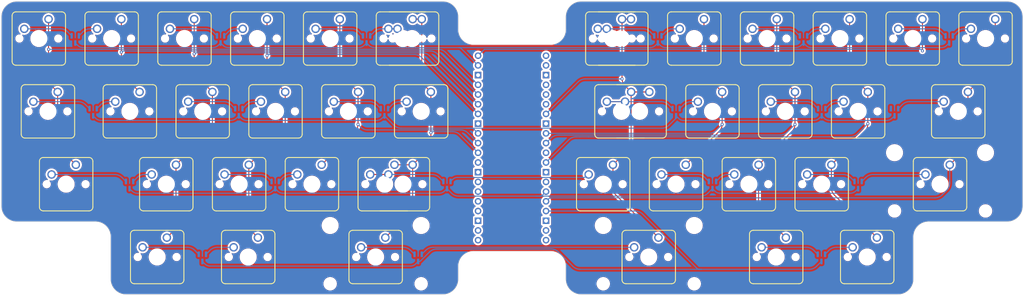
<source format=kicad_pcb>
(kicad_pcb (version 20221018) (generator pcbnew)
  (layers (0 "F.Cu" signal) (31 "B.Cu" signal) (34 "B.Paste" user) (35 "F.Paste" user) (36 "B.SilkS" user "B.Silkscreen") (37 "F.SilkS" user "F.Silkscreen") (38 "B.Mask" user) (39 "F.Mask" user) (44 "Edge.Cuts" user))
  (net 0 "")
  (net 1 "Net-(D1-A1)")
  (net 2 "Net-(D1-A2)")
  (net 3 "Net-(D2-A1)")
  (net 4 "Net-(D2-A2)")
  (net 5 "Net-(D3-A1)")
  (net 6 "Net-(D3-A2)")
  (net 7 "Net-(D4-A1)")
  (net 8 "Net-(D4-A2)")
  (net 9 "Net-(D5-A1)")
  (net 10 "Net-(D5-A2)")
  (net 11 "Net-(D6-A1)")
  (net 12 "Net-(D6-A2)")
  (net 13 "Net-(D7-A1)")
  (net 14 "Net-(D7-A2)")
  (net 15 "Net-(D8-A1)")
  (net 16 "Net-(D8-A2)")
  (net 17 "Net-(D9-A1)")
  (net 18 "Net-(D9-A2)")
  (net 19 "Net-(D10-A1)")
  (net 20 "Net-(D10-A2)")
  (net 21 "Net-(D11-A1)")
  (net 22 "Net-(D11-A2)")
  (net 23 "Net-(D12-A1)")
  (net 24 "Net-(D12-A2)")
  (net 25 "Net-(D13-A1)")
  (net 26 "Net-(D13-A2)")
  (net 27 "Net-(D14-A1)")
  (net 28 "Net-(D14-A2)")
  (net 30 "Net-(D15-A2)")
  (net 31 "Net-(D16-A1)")
  (net 32 "Net-(D16-A2)")
  (net 33 "Net-(D17-A1)")
  (net 34 "Net-(D17-A2)")
  (net 35 "Net-(D18-A1)")
  (net 36 "Net-(D18-A2)")
  (net 37 "Net-(D19-A1)")
  (net 38 "Net-(D19-A2)")
  (net 39 "Net-(D20-A1)")
  (net 40 "Net-(D20-A2)")
  (net 64 "c1")
  (net 65 "c2")
  (net 66 "c3")
  (net 67 "c4")
  (net 68 "c5")
  (net 69 "c6")
  (net 70 "r4")
  (net 71 "r1")
  (net 72 "r2")
  (net 73 "r3")
  (net 74 "c7")
  (net 75 "c8")
  (net 76 "c9")
  (net 77 "c10")
  (net 78 "c11")
  (net 79 "c12")
  (net 80 "unconnected-(U1-GPIO21-Pad27)")
  (footprint "custom:MX_1.75U" (layer "F.Cu") (at 39.656311 62.944376)
    (fp_text reference "SW24" hide)
    (fp_text value "SW_Push_45deg")
  )
  (footprint "custom:MX_1U" (layer "F.Cu") (at 70.612561 24.844376)
    (fp_text reference "SW3" hide)
    (fp_text value "SW_Push_45deg")
  )
  (footprint "custom:MX_1.25U" (layer "F.Cu") (at 182.531311 24.844376)
    (fp_text reference "SW7" hide)
    (fp_text value "SW_Push_45deg")
  )
  (footprint "custom:MX_1U" (layer "F.Cu") (at 184.873342 24.844376)
    (fp_text reference "SW41" hide)
    (fp_text value "SW_Push_45deg")
  )
  (footprint "custom:MX_1U" (layer "F.Cu") (at 127.762876 24.844444)
    (fp_text reference "SW40" hide)
    (fp_text value "SW_Push_45deg")
  )
  (footprint "custom:MX_1U" (layer "F.Cu") (at 199.200061 62.944376)
    (fp_text reference "SW30" hide)
    (fp_text value "SW_Push_45deg")
  )
  (footprint "custom:MX_1U" (layer "F.Cu") (at 103.950061 62.944376)
    (fp_text reference "SW27" hide)
    (fp_text value "SW_Push_45deg")
  )
  (footprint "custom:MX_1U" (layer "F.Cu") (at 75.375061 43.894376)
    (fp_text reference "SW15" hide)
    (fp_text value "SW_Push_45deg")
  )
  (footprint "custom:MX_1U" (layer "F.Cu") (at 132.525061 43.894376)
    (fp_text reference "SW18" hide)
    (fp_text value "SW_Push_45deg")
  )
  (footprint "custom:MX_1U" (layer "F.Cu") (at 203.962561 24.844376)
    (fp_text reference "SW8" hide)
    (fp_text value "SW_Push_45deg")
  )
  (footprint "custom:MX_2.25U" (layer "F.Cu") (at 120.618811 81.994376)
    (fp_text reference "SW36" hide)
    (fp_text value "SW_Push_45deg")
  )
  (footprint "custom:MX_1U" (layer "F.Cu") (at 227.775061 43.894376)
    (fp_text reference "SW21" hide)
    (fp_text value "SW_Push_45deg")
  )
  (footprint "custom:MX_1U" (layer "F.Cu") (at 261.112561 24.844376)
    (fp_text reference "SW11" hide)
    (fp_text value "SW_Push_45deg")
  )
  (footprint "custom:MX_1.25U" (layer "F.Cu") (at 34.893811 43.894376)
    (fp_text reference "SW13" hide)
    (fp_text value "SW_Push_45deg")
  )
  (footprint "custom:MX_1U" (layer "F.Cu") (at 113.475061 43.894376)
    (fp_text reference "SW17" hide)
    (fp_text value "SW_Push_45deg")
  )
  (footprint "custom:MX_1.25U" (layer "F.Cu") (at 130.143811 24.844376)
    (fp_text reference "SW6" hide)
    (fp_text value "SW_Push_45deg")
  )
  (footprint "custom:MX_1.25U" (layer "F.Cu") (at 87.281311 81.994376)
    (fp_text reference "SW35" hide)
    (fp_text value "SW_Push_45deg")
  )
  (footprint "custom:MX_1U" (layer "F.Cu") (at 280.162561 24.844376)
    (fp_text reference "SW12" hide)
    (fp_text value "SW_Push_45deg")
  )
  (footprint "custom:MX_1U" (layer "F.Cu") (at 246.825061 43.894376)
    (fp_text reference "SW22" hide)
    (fp_text value "SW_Push_45deg")
  )
  (footprint "custom:MX_2.25U" (layer "F.Cu") (at 268.256311 62.944376)
    (fp_text reference "SW33" hide)
    (fp_text value "SW_Push_45deg")
  )
  (footprint "custom:MX_1U" (layer "F.Cu") (at 56.325061 43.894376)
    (fp_text reference "SW14" hide)
    (fp_text value "SW_Push_45deg")
  )
  (footprint "custom:MX_1U" (layer "F.Cu") (at 189.675532 43.894492)
    (fp_text reference "SW42" hide)
    (fp_text value "SW_Push_45deg")
  )
  (footprint "custom:MX_1.25U" (layer "F.Cu") (at 63.468811 81.994376)
    (fp_text reference "SW34" hide)
    (fp_text value "SW_Push_45deg")
  )
  (footprint "custom:MX_1U" (layer "F.Cu") (at 127.762561 62.944376)
    (fp_text reference "SW28" hide)
    (fp_text value "SW_Push_45deg")
  )
  (footprint "custom:MX_1U" (layer "F.Cu") (at 65.850061 62.944376)
    (fp_text reference "SW25" hide)
    (fp_text value "SW_Push_45deg")
  )
  (footprint "custom:MX_1U" (layer "F.Cu") (at 108.712561 24.844376)
    (fp_text reference "SW5" hide)
    (fp_text value "SW_Push_45deg")
  )
  (footprint "custom:MX_1.25U" (layer "F.Cu") (at 225.393811 81.994376)
    (fp_text reference "SW38" hide)
    (fp_text value "SW_Push_45deg")
  )
  (footprint "custom:MX_1.25U" (layer "F.Cu") (at 249.206311 81.994376)
    (fp_text reference "SW39" hide)
    (fp_text value "SW_Push_45deg")
  )
  (footprint "custom:MX_1U" (layer "F.Cu") (at 84.900061 62.944376)
    (fp_text reference "SW26" hide)
    (fp_text value "SW_Push_45deg")
  )
  (footprint "custom:MX_1U" (layer "F.Cu") (at 32.512561 24.844376)
    (fp_text reference "SW1" hide)
    (fp_text value "SW_Push_45deg")
  )
  (footprint "custom:MX_1.75U" (layer "F.Cu") (at 273.018811 43.894376)
    (fp_text reference "SW23" hide)
    (fp_text value "SW_Push_45deg")
  )
  (footprint "custom:MX_1U" (layer "F.Cu") (at 223.012561 24.844376)
    (fp_text reference "SW9" hide)
    (fp_text value "SW_Push_45deg")
  )
  (footprint "custom:MX_1.5U" (layer "F.Cu") (at 184.912561 43.894376)
    (fp_text reference "SW19" hide)
    (fp_text value "SW_Push_45deg")
  )
  (footprint "custom:RPi_Pico_SMD_TH" (layer "F.Cu") (at 153.75827 58.53921)
    (fp_text reference "U1" hide)
    (fp_text value "Pico")
  )
  (footprint "custom:MX_1U" (layer "F.Cu") (at 208.725061 43.894376)
    (fp_text reference "SW20" hide)
    (fp_text value "SW_Push_45deg")
  )
  (footprint "custom:MX_1U" (layer "F.Cu") (at 180.150061 62.944376)
    (fp_text reference "SW29" hide)
    (fp_text value "SW_Push_45deg")
  )
  (footprint "custom:MX_1U" (layer "F.Cu") (at 89.662561 24.844376)
    (fp_text reference "SW4" hide)
    (fp_text value "SW_Push_45deg")
  )
  (footprint "custom:MX_1U" (layer "F.Cu") (at 51.562561 24.844376)
    (fp_text reference "SW2" hide)
    (fp_text value "SW_Push_45deg")
  )
  (footprint "custom:MX_1U" (layer "F.Cu") (at 218.250061 62.944376)
    (fp_text reference "SW31" hide)
    (fp_text value "SW_Push_45deg")
  )
  (footprint "custom:MX_2.25U" (layer "F.Cu") (at 192.056311 81.994376)
    (fp_text reference "SW37" hide)
    (fp_text value "SW_Push_45deg")
  )
  (footprint "custom:MX_1U" (layer "F.Cu") (at 237.300061 62.944376)
    (fp_text reference "SW32" hide)
    (fp_text value "SW_Push_45deg")
  )
  (footprint "custom:MX_1U" (layer "F.Cu") (at 123.000364 62.94454)
    (fp_text reference "SW43" hide)
    (fp_text value "SW_Push_45deg")
  )
  (footprint "custom:MX_1U" (layer "F.Cu") (at 242.062561 24.844376)
    (fp_text reference "SW10" hide)
    (fp_text value "SW_Push_45deg")
  )
  (footprint "custom:MX_1U" (layer "F.Cu") (at 94.425061 43.894376)
    (fp_text reference "SW16" hide)
    (fp_text value "SW_Push_45deg")
  )
  (footprint "custom:SOT-23" (layer "B.Cu") (at 253.815686 49.200626 -90)
    (fp_text reference "D15" hide)
    (fp_text value "BAV70_Small")
  )
  (footprint "custom:SOT-23" (layer "B.Cu") (at 91.806311 68.250626 -90)
    (fp_text reference "D17" hide)
    (fp_text value "BAV70_Small")
  )
  (footprint "custom:SOT-23" (layer "B.Cu") (at 129.196936 87.300626 -90)
    (fp_text reference "D2" hide)
    (fp_text value "BAV70_Small")
  )
  (footprint "custom:SOT-23" (layer "B.Cu") (at 120.381311 49.200626 -90)
    (fp_text reference "D12" hide)
    (fp_text value "BAV70_Small")
  )
  (footprint "custom:SOT-23" (layer "B.Cu") (at 234.765686 49.200626 -90)
    (fp_text reference "D14" hide)
    (fp_text value "BAV70_Small")
  )
  (footprint "custom:SOT-23" (layer "B.Cu") (at 115.703186 30.150626 -90)
    (fp_text reference "D6" hide)
    (fp_text value "BAV70_Small")
  )
  (footprint "custom:SOT-23" (layer "B.Cu") (at 191.903186 30.150626 -90)
    (fp_text reference "D7" hide)
    (fp_text value "BAV70_Small")
  )
  (footprint "custom:SOT-23" (layer "B.Cu") (at 234.681311 87.300626 -90)
    (fp_text reference "D1" hide)
    (fp_text value "BAV70_Small")
  )
  (footprint "custom:SOT-23" (layer "B.Cu") (at 53.706311 68.250626 -90)
    (fp_text reference "D16" hide)
    (fp_text value "BAV70_Small")
  )
  (footprint "custom:SOT-23" (layer "B.Cu") (at 244.290686 68.250626 -90)
    (fp_text reference "D20" hide)
    (fp_text value "BAV70_Small")
  )
  (footprint "custom:SOT-23" (layer "B.Cu") (at 136.737561 68.250626 -90)
    (fp_text reference "D18" hide)
    (fp_text value "BAV70_Small")
  )
  (footprint "custom:SOT-23" (layer "B.Cu") (at 230.003186 30.150626 -90)
    (fp_text reference "D8" hide)
    (fp_text value "BAV70_Small")
  )
  (footprint "custom:SOT-23" (layer "B.Cu") (at 39.503186 30.150626 -90)
    (fp_text reference "D4" hide)
    (fp_text value "BAV70_Small")
  )
  (footprint "custom:SOT-23" (layer "B.Cu") (at 206.190686 68.250626 -90)
    (fp_text reference "D19" hide)
    (fp_text value "BAV70_Small")
  )
  (footprint "custom:SOT-23" (layer "B.Cu") (at 44.181311 49.200626 -90)
    (fp_text reference "D10" hide)
    (fp_text value "BAV70_Small")
  )
  (footprint "custom:SOT-23" (layer "B.Cu") (at 196.665686 49.200626 -90)
    (fp_text reference "D13" hide)
    (fp_text value "BAV70_Small")
  )
  (footprint "custom:SOT-23" (layer "B.Cu") (at 268.103186 30.150626 -90)
    (fp_text reference "D9" hide)
    (fp_text value "BAV70_Small")
  )
  (footprint "custom:SOT-23" (layer "B.Cu") (at 77.518811 30.150626 -90)
    (fp_text reference "D5" hide)
    (fp_text value "BAV70_Small")
  )
  (footprint "custom:SOT-23" (layer "B.Cu") (at 72.756311 87.300626 -90)
    (fp_text reference "D3" hide)
    (fp_text value "BAV70_Small")
  )
  (footprint "custom:SOT-23" (layer "B.Cu") (at 82.281311 49.200626 -90)
    (fp_text reference "D11" hide)
    (fp_text value "BAV70_Small")
  )
  (gr_arc (start 139.669172 92.837744) (mid 138.497607 95.666169) (end 135.669172 96.837744) (stroke (width 0.1)) (layer "Edge.Cuts"))
  (gr_line (start 24.209436 77.787501) (end 44.784436 77.787501) (stroke (width 0.1)) (layer "Edge.Cuts"))
  (gr_line (start 167.847368 89.526778) (end 167.847368 92.837744) (stroke (width 0.1)) (layer "Edge.Cuts"))
  (gr_line (start 48.784436 81.787501) (end 48.784436 92.837501) (stroke (width 0.1)) (layer "Edge.Cuts"))
  (gr_arc (start 258.731311 81.787501) (mid 259.902874 78.959049) (end 262.731311 77.787501) (stroke (width 0.1)) (layer "Edge.Cuts"))
  (gr_arc (start 167.847368 24.240676) (mid 169.018943 21.41226) (end 171.847368 20.240676) (stroke (width 0.1)) (layer "Edge.Cuts"))
  (gr_line (start 171.847368 20.240676) (end 283.306311 20.240626) (stroke (width 0.1)) (layer "Edge.Cuts"))
  (gr_arc (start 24.209436 77.787501) (mid 21.381 76.61593) (end 20.209436 73.787501) (stroke (width 0.1)) (layer "Edge.Cuts"))
  (gr_line (start 258.731311 92.837501) (end 258.731311 81.787501) (stroke (width 0.1)) (layer "Edge.Cuts"))
  (gr_arc (start 258.731311 92.837501) (mid 257.559728 95.665903) (end 254.731311 96.837501) (stroke (width 0.1)) (layer "Edge.Cuts"))
  (gr_arc (start 143.669172 31.551642) (mid 140.840734 30.38008) (end 139.669172 27.551642) (stroke (width 0.1)) (layer "Edge.Cuts"))
  (gr_line (start 262.731311 77.787501) (end 283.306311 77.787501) (stroke (width 0.1)) (layer "Edge.Cuts"))
  (gr_line (start 143.669172 85.526778) (end 163.847368 85.526778) (stroke (width 0.1)) (layer "Edge.Cuts"))
  (gr_arc (start 135.669172 20.240676) (mid 138.497605 21.412232) (end 139.669172 24.240676) (stroke (width 0.1)) (layer "Edge.Cuts"))
  (gr_arc (start 283.306311 20.240626) (mid 286.134772 21.412187) (end 287.306311 24.240626) (stroke (width 0.1)) (layer "Edge.Cuts"))
  (gr_line (start 167.847368 24.240676) (end 167.847368 27.551642) (stroke (width 0.1)) (layer "Edge.Cuts"))
  (gr_line (start 171.847368 96.837744) (end 254.731311 96.837501) (stroke (width 0.1)) (layer "Edge.Cuts"))
  (gr_line (start 24.209436 20.240626) (end 135.669172 20.240676) (stroke (width 0.1)) (layer "Edge.Cuts"))
  (gr_line (start 139.669172 27.551642) (end 139.669172 24.240676) (stroke (width 0.1)) (layer "Edge.Cuts"))
  (gr_arc (start 52.784436 96.837501) (mid 49.956 95.66593) (end 48.784436 92.837501) (stroke (width 0.1)) (layer "Edge.Cuts"))
  (gr_line (start 135.669172 96.837744) (end 52.784436 96.837501) (stroke (width 0.1)) (layer "Edge.Cuts"))
  (gr_line (start 20.209436 73.787501) (end 20.209436 24.240626) (stroke (width 0.1)) (layer "Edge.Cuts"))
  (gr_arc (start 20.209436 24.240626) (mid 21.381035 21.412225) (end 24.209436 20.240626) (stroke (width 0.1)) (layer "Edge.Cuts"))
  (gr_arc (start 163.847368 85.526778) (mid 166.675809 86.698356) (end 167.847368 89.526778) (stroke (width 0.1)) (layer "Edge.Cuts"))
  (gr_line (start 163.847368 31.551642) (end 143.669172 31.551642) (stroke (width 0.1)) (layer "Edge.Cuts"))
  (gr_line (start 139.669172 92.837744) (end 139.669172 89.526778) (stroke (width 0.1)) (layer "Edge.Cuts"))
  (gr_arc (start 139.669172 89.526778) (mid 140.840746 86.698362) (end 143.669172 85.526778) (stroke (width 0.1)) (layer "Edge.Cuts"))
  (gr_arc (start 171.847368 96.837744) (mid 169.018961 95.666151) (end 167.847368 92.837744) (stroke (width 0.1)) (layer "Edge.Cuts"))
  (gr_arc (start 44.784436 77.787501) (mid 47.612854 78.959075) (end 48.784436 81.787501) (stroke (width 0.1)) (layer "Edge.Cuts"))
  (gr_line (start 287.306311 24.240626) (end 287.306311 73.787501) (stroke (width 0.1)) (layer "Edge.Cuts"))
  (gr_arc (start 167.847368 27.551642) (mid 166.675838 30.380132) (end 163.847368 31.551642) (stroke (width 0.1)) (layer "Edge.Cuts"))
  (gr_arc (start 287.306311 73.787501) (mid 286.134728 76.615903) (end 283.306311 77.787501) (stroke (width 0.1)) (layer "Edge.Cuts"))
  (segment (start 232.699457 85.331272) (end 233.731311 86.363126) (width 0.25) (layer "B.Cu") (net 1))
  (segment (start 230.775579 84.534376) (end 219.043811 84.534376) (width 0.25) (layer "B.Cu") (net 1))
  (arc (start 232.699457 85.331272) (mid 231.816774 84.741482) (end 230.775579 84.534376) (width 0.25) (layer "B.Cu") (net 1))
  (segment (start 236.663164 85.331272) (end 235.631311 86.363126) (width 0.25) (layer "B.Cu") (net 2))
  (segment (start 238.587042 84.534376) (end 242.856311 84.534376) (width 0.25) (layer "B.Cu") (net 2))
  (arc (start 236.663164 85.331272) (mid 237.545847 84.741482) (end 238.587042 84.534376) (width 0.25) (layer "B.Cu") (net 2))
  (segment (start 125.291204 84.534376) (end 114.268811 84.534376) (width 0.25) (layer "B.Cu") (net 3))
  (segment (start 127.215082 85.331272) (end 128.246936 86.363126) (width 0.25) (layer "B.Cu") (net 3))
  (arc (start 125.291204 84.534376) (mid 126.332399 84.741482) (end 127.215082 85.331272) (width 0.25) (layer "B.Cu") (net 3))
  (segment (start 131.178789 85.331272) (end 130.146936 86.363126) (width 0.25) (layer "B.Cu") (net 4))
  (segment (start 133.102667 84.534376) (end 185.706311 84.534376) (width 0.25) (layer "B.Cu") (net 4))
  (arc (start 131.178789 85.331272) (mid 132.061472 84.741482) (end 133.102667 84.534376) (width 0.25) (layer "B.Cu") (net 4))
  (segment (start 70.774457 85.331272) (end 71.806311 86.363126) (width 0.25) (layer "B.Cu") (net 5))
  (segment (start 68.850579 84.534376) (end 57.118811 84.534376) (width 0.25) (layer "B.Cu") (net 5))
  (arc (start 68.850579 84.534376) (mid 69.891774 84.741482) (end 70.774457 85.331272) (width 0.25) (layer "B.Cu") (net 5))
  (segment (start 76.662042 84.534376) (end 80.931311 84.534376) (width 0.25) (layer "B.Cu") (net 6))
  (segment (start 74.738164 85.331272) (end 73.706311 86.363126) (width 0.25) (layer "B.Cu") (net 6))
  (arc (start 74.738164 85.331272) (mid 75.620847 84.741482) (end 76.662042 84.534376) (width 0.25) (layer "B.Cu") (net 6))
  (segment (start 35.597454 27.384376) (end 26.162561 27.384376) (width 0.25) (layer "B.Cu") (net 7))
  (segment (start 37.521332 28.181272) (end 38.553186 29.213126) (width 0.25) (layer "B.Cu") (net 7))
  (arc (start 37.521332 28.181272) (mid 36.638649 27.591482) (end 35.597454 27.384376) (width 0.25) (layer "B.Cu") (net 7))
  (segment (start 41.485039 28.181272) (end 40.453186 29.213126) (width 0.25) (layer "B.Cu") (net 8))
  (segment (start 43.408917 27.384376) (end 45.212561 27.384376) (width 0.25) (layer "B.Cu") (net 8))
  (arc (start 41.485039 28.181272) (mid 42.367722 27.591482) (end 43.408917 27.384376) (width 0.25) (layer "B.Cu") (net 8))
  (segment (start 73.613079 27.384376) (end 64.262561 27.384376) (width 0.25) (layer "B.Cu") (net 9))
  (segment (start 75.536957 28.181272) (end 76.568811 29.213126) (width 0.25) (layer "B.Cu") (net 9))
  (arc (start 73.613079 27.384376) (mid 74.654274 27.591482) (end 75.536957 28.181272) (width 0.25) (layer "B.Cu") (net 9))
  (segment (start 79.500664 28.181272) (end 78.468811 29.213126) (width 0.25) (layer "B.Cu") (net 10))
  (segment (start 81.424542 27.384376) (end 83.312561 27.384376) (width 0.25) (layer "B.Cu") (net 10))
  (arc (start 79.500664 28.181272) (mid 80.383347 27.591482) (end 81.424542 27.384376) (width 0.25) (layer "B.Cu") (net 10))
  (segment (start 113.721332 28.181272) (end 114.753186 29.213126) (width 0.25) (layer "B.Cu") (net 11))
  (segment (start 111.797454 27.384376) (end 102.362561 27.384376) (width 0.25) (layer "B.Cu") (net 11))
  (arc (start 113.721332 28.181272) (mid 112.838649 27.591482) (end 111.797454 27.384376) (width 0.25) (layer "B.Cu") (net 11))
  (segment (start 123.793811 27.384376) (end 121.412944 27.384376) (width 0.25) (layer "F.Cu") (net 12))
  (segment (start 121.412944 27.384376) (end 121.412876 27.384444) (width 0.25) (layer "F.Cu") (net 12))
  (segment (start 117.685039 28.181272) (end 116.653186 29.213126) (width 0.25) (layer "B.Cu") (net 12))
  (segment (start 119.608917 27.384376) (end 123.793811 27.384376) (width 0.25) (layer "B.Cu") (net 12))
  (arc (start 117.685039 28.181272) (mid 118.567722 27.591482) (end 119.608917 27.384376) (width 0.25) (layer "B.Cu") (net 12))
  (segment (start 176.221073 27.424138) (end 176.181311 27.384376) (width 0.25) (layer "F.Cu") (net 13))
  (segment (start 178.563036 27.424138) (end 176.221073 27.424138) (width 0.25) (layer "F.Cu") (net 13))
  (segment (start 187.997454 27.384376) (end 176.181311 27.384376) (width 0.25) (layer "B.Cu") (net 13))
  (segment (start 189.921332 28.181272) (end 190.953186 29.213126) (width 0.25) (layer "B.Cu") (net 13))
  (arc (start 189.921332 28.181272) (mid 189.038649 27.591482) (end 187.997454 27.384376) (width 0.25) (layer "B.Cu") (net 13))
  (segment (start 193.885039 28.181272) (end 192.853186 29.213126) (width 0.25) (layer "B.Cu") (net 14))
  (segment (start 195.808917 27.384376) (end 197.612561 27.384376) (width 0.25) (layer "B.Cu") (net 14))
  (arc (start 193.885039 28.181272) (mid 194.767722 27.591482) (end 195.808917 27.384376) (width 0.25) (layer "B.Cu") (net 14))
  (segment (start 226.097454 27.384376) (end 216.662561 27.384376) (width 0.25) (layer "B.Cu") (net 15))
  (segment (start 228.021332 28.181272) (end 229.053186 29.213126) (width 0.25) (layer "B.Cu") (net 15))
  (arc (start 228.021332 28.181272) (mid 227.138649 27.591482) (end 226.097454 27.384376) (width 0.25) (layer "B.Cu") (net 15))
  (segment (start 233.908917 27.384376) (end 235.712561 27.384376) (width 0.25) (layer "B.Cu") (net 16))
  (segment (start 231.985039 28.181272) (end 230.953186 29.213126) (width 0.25) (layer "B.Cu") (net 16))
  (arc (start 231.985039 28.181272) (mid 232.867722 27.591482) (end 233.908917 27.384376) (width 0.25) (layer "B.Cu") (net 16))
  (segment (start 266.121332 28.181272) (end 267.153186 29.213126) (width 0.25) (layer "B.Cu") (net 17))
  (segment (start 264.197454 27.384376) (end 254.762561 27.384376) (width 0.25) (layer "B.Cu") (net 17))
  (arc (start 266.121332 28.181272) (mid 265.238649 27.591482) (end 264.197454 27.384376) (width 0.25) (layer "B.Cu") (net 17))
  (segment (start 272.008917 27.384376) (end 273.812561 27.384376) (width 0.25) (layer "B.Cu") (net 18))
  (segment (start 270.085039 28.181272) (end 269.053186 29.213126) (width 0.25) (layer "B.Cu") (net 18))
  (arc (start 270.085039 28.181272) (mid 270.967722 27.591482) (end 272.008917 27.384376) (width 0.25) (layer "B.Cu") (net 18))
  (segment (start 42.199457 47.231272) (end 43.231311 48.263126) (width 0.25) (layer "B.Cu") (net 19))
  (segment (start 40.275579 46.434376) (end 28.543811 46.434376) (width 0.25) (layer "B.Cu") (net 19))
  (arc (start 40.275579 46.434376) (mid 41.316774 46.641482) (end 42.199457 47.231272) (width 0.25) (layer "B.Cu") (net 19))
  (segment (start 48.087042 46.434376) (end 49.975061 46.434376) (width 0.25) (layer "B.Cu") (net 20))
  (segment (start 46.163164 47.231272) (end 45.131311 48.263126) (width 0.25) (layer "B.Cu") (net 20))
  (arc (start 46.163164 47.231272) (mid 47.045847 46.641482) (end 48.087042 46.434376) (width 0.25) (layer "B.Cu") (net 20))
  (segment (start 78.375579 46.434376) (end 69.025061 46.434376) (width 0.25) (layer "B.Cu") (net 21))
  (segment (start 80.299457 47.231272) (end 81.331311 48.263126) (width 0.25) (layer "B.Cu") (net 21))
  (arc (start 78.375579 46.434376) (mid 79.416774 46.641482) (end 80.299457 47.231272) (width 0.25) (layer "B.Cu") (net 21))
  (segment (start 84.263164 47.231272) (end 83.231311 48.263126) (width 0.25) (layer "B.Cu") (net 22))
  (segment (start 86.187042 46.434376) (end 88.075061 46.434376) (width 0.25) (layer "B.Cu") (net 22))
  (arc (start 86.187042 46.434376) (mid 85.145847 46.641482) (end 84.263164 47.231272) (width 0.25) (layer "B.Cu") (net 22))
  (segment (start 116.475579 46.434376) (end 107.125061 46.434376) (width 0.25) (layer "B.Cu") (net 23))
  (segment (start 118.399457 47.231272) (end 119.431311 48.263126) (width 0.25) (layer "B.Cu") (net 23))
  (arc (start 116.475579 46.434376) (mid 117.516774 46.641482) (end 118.399457 47.231272) (width 0.25) (layer "B.Cu") (net 23))
  (segment (start 124.287042 46.434376) (end 126.175061 46.434376) (width 0.25) (layer "B.Cu") (net 24))
  (segment (start 122.363164 47.231272) (end 121.331311 48.263126) (width 0.25) (layer "B.Cu") (net 24))
  (arc (start 122.363164 47.231272) (mid 123.245847 46.641482) (end 124.287042 46.434376) (width 0.25) (layer "B.Cu") (net 24))
  (segment (start 178.562677 46.434492) (end 178.562561 46.434376) (width 0.25) (layer "F.Cu") (net 25))
  (segment (start 183.325532 46.434492) (end 178.562677 46.434492) (width 0.25) (layer "F.Cu") (net 25))
  (segment (start 194.683832 47.231272) (end 195.715686 48.263126) (width 0.25) (layer "B.Cu") (net 25))
  (segment (start 192.759954 46.434376) (end 178.562561 46.434376) (width 0.25) (layer "B.Cu") (net 25))
  (arc (start 192.759954 46.434376) (mid 193.801149 46.641482) (end 194.683832 47.231272) (width 0.25) (layer "B.Cu") (net 25))
  (segment (start 200.571417 46.434376) (end 202.375061 46.434376) (width 0.25) (layer "B.Cu") (net 26))
  (segment (start 198.647539 47.231272) (end 197.615686 48.263126) (width 0.25) (layer "B.Cu") (net 26))
  (arc (start 198.647539 47.231272) (mid 199.530222 46.641482) (end 200.571417 46.434376) (width 0.25) (layer "B.Cu") (net 26))
  (segment (start 232.783832 47.231272) (end 233.815686 48.263126) (width 0.25) (layer "B.Cu") (net 27))
  (segment (start 230.859954 46.434376) (end 221.425061 46.434376) (width 0.25) (layer "B.Cu") (net 27))
  (arc (start 230.859954 46.434376) (mid 231.901149 46.641482) (end 232.783832 47.231272) (width 0.25) (layer "B.Cu") (net 27))
  (segment (start 238.671417 46.434376) (end 240.475061 46.434376) (width 0.25) (layer "B.Cu") (net 28))
  (segment (start 236.747539 47.231272) (end 235.715686 48.263126) (width 0.25) (layer "B.Cu") (net 28))
  (arc (start 236.747539 47.231272) (mid 237.630222 46.641482) (end 238.671417 46.434376) (width 0.25) (layer "B.Cu") (net 28))
  (segment (start 255.797539 47.231272) (end 254.765686 48.263126) (width 0.25) (layer "B.Cu") (net 30))
  (segment (start 257.721417 46.434376) (end 266.668811 46.434376) (width 0.25) (layer "B.Cu") (net 30))
  (arc (start 255.797539 47.231272) (mid 256.680222 46.641482) (end 257.721417 46.434376) (width 0.25) (layer "B.Cu") (net 30))
  (segment (start 51.724457 66.281272) (end 52.756311 67.313126) (width 0.25) (layer "B.Cu") (net 31))
  (segment (start 49.800579 65.484376) (end 33.306311 65.484376) (width 0.25) (layer "B.Cu") (net 31))
  (arc (start 49.800579 65.484376) (mid 50.841774 65.691482) (end 51.724457 66.281272) (width 0.25) (layer "B.Cu") (net 31))
  (segment (start 55.688164 66.281272) (end 54.656311 67.313126) (width 0.25) (layer "B.Cu") (net 32))
  (segment (start 57.612042 65.484376) (end 59.500061 65.484376) (width 0.25) (layer "B.Cu") (net 32))
  (arc (start 55.688164 66.281272) (mid 56.570847 65.691482) (end 57.612042 65.484376) (width 0.25) (layer "B.Cu") (net 32))
  (segment (start 89.824457 66.281272) (end 90.856311 67.313126) (width 0.25) (layer "B.Cu") (net 33))
  (segment (start 87.900579 65.484376) (end 78.550061 65.484376) (width 0.25) (layer "B.Cu") (net 33))
  (arc (start 87.900579 65.484376) (mid 88.941774 65.691482) (end 89.824457 66.281272) (width 0.25) (layer "B.Cu") (net 33))
  (segment (start 95.712042 65.484376) (end 97.600061 65.484376) (width 0.25) (layer "B.Cu") (net 34))
  (segment (start 93.788164 66.281272) (end 92.756311 67.313126) (width 0.25) (layer "B.Cu") (net 34))
  (arc (start 93.788164 66.281272) (mid 94.670847 65.691482) (end 95.712042 65.484376) (width 0.25) (layer "B.Cu") (net 34))
  (segment (start 121.412561 65.484376) (end 116.650528 65.484376) (width 0.25) (layer "F.Cu") (net 35))
  (segment (start 116.650528 65.484376) (end 116.650364 65.48454) (width 0.25) (layer "F.Cu") (net 35))
  (segment (start 132.831829 65.484376) (end 121.412561 65.484376) (width 0.25) (layer "B.Cu") (net 35))
  (segment (start 134.755707 66.281272) (end 135.787561 67.313126) (width 0.25) (layer "B.Cu") (net 35))
  (arc (start 132.831829 65.484376) (mid 133.873024 65.691482) (end 134.755707 66.281272) (width 0.25) (layer "B.Cu") (net 35))
  (segment (start 138.217019 66.783668) (end 137.687561 67.313126) (width 0.25) (layer "B.Cu") (net 36))
  (segment (start 173.415144 65.869293) (end 173.800061 65.484376) (width 0.25) (layer "B.Cu") (net 36))
  (segment (start 172.485872 66.25421) (end 139.495243 66.25421) (width 0.25) (layer "B.Cu") (net 36))
  (arc (start 138.217019 66.783668) (mid 138.803473 66.391811) (end 139.495243 66.25421) (width 0.25) (layer "B.Cu") (net 36))
  (arc (start 173.415144 65.869293) (mid 172.98879 66.154173) (end 172.485872 66.25421) (width 0.25) (layer "B.Cu") (net 36))
  (segment (start 204.208832 66.281272) (end 205.240686 67.313126) (width 0.25) (layer "B.Cu") (net 37))
  (segment (start 202.284954 65.484376) (end 192.850061 65.484376) (width 0.25) (layer "B.Cu") (net 37))
  (arc (start 202.284954 65.484376) (mid 203.326149 65.691482) (end 204.208832 66.281272) (width 0.25) (layer "B.Cu") (net 37))
  (segment (start 208.172539 66.281272) (end 207.140686 67.313126) (width 0.25) (layer "B.Cu") (net 38))
  (segment (start 210.096417 65.484376) (end 211.900061 65.484376) (width 0.25) (layer "B.Cu") (net 38))
  (arc (start 210.096417 65.484376) (mid 209.055222 65.691482) (end 208.172539 66.281272) (width 0.25) (layer "B.Cu") (net 38))
  (segment (start 240.384954 65.484376) (end 230.950061 65.484376) (width 0.25) (layer "B.Cu") (net 39))
  (segment (start 242.308832 66.281272) (end 243.340686 67.313126) (width 0.25) (layer "B.Cu") (net 39))
  (arc (start 240.384954 65.484376) (mid 241.426149 65.691482) (end 242.308832 66.281272) (width 0.25) (layer "B.Cu") (net 39))
  (segment (start 246.272539 66.281272) (end 245.240686 67.313126) (width 0.25) (layer "B.Cu") (net 40))
  (segment (start 248.196417 65.484376) (end 261.906311 65.484376) (width 0.25) (layer "B.Cu") (net 40))
  (arc (start 248.196417 65.484376) (mid 247.155222 65.691482) (end 246.272539 66.281272) (width 0.25) (layer "B.Cu") (net 40))
  (segment (start 35.690707 58.978772) (end 39.656311 62.944376) (width 0.25) (layer "F.Cu") (net 64))
  (segment (start 33.309457 42.310022) (end 34.893811 43.894376) (width 0.25) (layer "F.Cu") (net 64))
  (segment (start 32.512561 40.386144) (end 32.512561 24.844376) (width 0.25) (layer "F.Cu") (net 64))
  (segment (start 34.893811 57.054894) (end 34.893811 43.894376) (width 0.25) (layer "F.Cu") (net 64))
  (via (at 32.512652 32.74227) (size 0.8) (drill 0.4) (layers "F.Cu" "B.Cu") (net 64))
  (arc (start 34.893811 57.054894) (mid 35.100917 58.096089) (end 35.690707 58.978772) (width 0.25) (layer "F.Cu") (net 64))
  (arc (start 32.512561 40.386144) (mid 32.719667 41.427339) (end 33.309457 42.310022) (width 0.25) (layer "F.Cu") (net 64))
  (segment (start 48.784568 32.749376) (end 46.441424 32.749376) (width 0.25) (layer "B.Cu") (net 64))
  (segment (start 53.470856 32.749376) (end 51.127712 32.749376) (width 0.25) (layer "B.Cu") (net 64))
  (segment (start 44.09828 32.749376) (end 32.524782 32.749376) (width 0.25) (layer "B.Cu") (net 64))
  (segment (start 134.461454 32.749376) (end 53.470856 32.749376) (width 0.25) (layer "B.Cu") (net 64))
  (segment (start 46.441424 32.749376) (end 44.09828 32.749376) (width 0.25) (layer "B.Cu") (net 64))
  (segment (start 51.127712 32.749376) (end 48.784568 32.749376) (width 0.25) (layer "B.Cu") (net 64))
  (segment (start 32.512652 32.74227) (end 32.516205 32.745823) (width 0.25) (layer "B.Cu") (net 64))
  (segment (start 136.385332 33.546272) (end 144.86827 42.02921) (width 0.25) (layer "B.Cu") (net 64))
  (arc (start 136.385332 33.546272) (mid 135.502649 32.956482) (end 134.461454 32.749376) (width 0.25) (layer "B.Cu") (net 64))
  (arc (start 32.524782 32.749376) (mid 32.52014 32.748452) (end 32.516205 32.745823) (width 0.25) (layer "B.Cu") (net 64))
  (segment (start 51.562561 38.004894) (end 51.562561 24.844376) (width 0.25) (layer "F.Cu") (net 65))
  (segment (start 52.359457 39.928772) (end 56.325061 43.894376) (width 0.25) (layer "F.Cu") (net 65))
  (via (at 51.562561 33.473876) (size 0.8) (drill 0.4) (layers "F.Cu" "B.Cu") (net 65))
  (arc (start 51.562561 38.004894) (mid 51.769667 39.046089) (end 52.359457 39.928772) (width 0.25) (layer "F.Cu") (net 65))
  (segment (start 134.295332 33.996272) (end 144.86827 44.56921) (width 0.25) (layer "B.Cu") (net 65))
  (segment (start 132.371454 33.199376) (end 52.031161 33.199376) (width 0.25) (layer "B.Cu") (net 65))
  (segment (start 51.699811 33.336626) (end 51.562561 33.473876) (width 0.25) (layer "B.Cu") (net 65))
  (arc (start 51.699811 33.336626) (mid 51.851835 33.235046) (end 52.031161 33.199376) (width 0.25) (layer "B.Cu") (net 65))
  (arc (start 132.371454 33.199376) (mid 133.412649 33.406482) (end 134.295332 33.996272) (width 0.25) (layer "B.Cu") (net 65))
  (segment (start 75.375061 43.894376) (end 75.375061 52.292394) (width 0.25) (layer "F.Cu") (net 66))
  (segment (start 70.612561 38.004894) (end 70.612561 24.844376) (width 0.25) (layer "F.Cu") (net 66))
  (segment (start 71.409457 39.928772) (end 75.375061 43.894376) (width 0.25) (layer "F.Cu") (net 66))
  (segment (start 65.053164 80.410022) (end 63.468811 81.994376) (width 0.25) (layer "F.Cu") (net 66))
  (segment (start 65.850061 62.944376) (end 65.850061 78.486144) (width 0.25) (layer "F.Cu") (net 66))
  (segment (start 74.578164 54.216272) (end 65.850061 62.944376) (width 0.25) (layer "F.Cu") (net 66))
  (via (at 70.612748 33.932898) (size 0.8) (drill 0.4) (layers "F.Cu" "B.Cu") (net 66))
  (arc (start 65.850061 78.486144) (mid 65.642954 79.527339) (end 65.053164 80.410022) (width 0.25) (layer "F.Cu") (net 66))
  (arc (start 71.409457 39.928772) (mid 70.819667 39.046089) (end 70.612561 38.004894) (width 0.25) (layer "F.Cu") (net 66))
  (arc (start 74.578164 54.216272) (mid 75.167954 53.333589) (end 75.375061 52.292394) (width 0.25) (layer "F.Cu") (net 66))
  (segment (start 70.612748 33.932898) (end 70.754509 33.791137) (width 0.25) (layer "B.Cu") (net 66))
  (segment (start 132.205332 34.446272) (end 144.86827 47.10921) (width 0.25) (layer "B.Cu") (net 66))
  (segment (start 130.281454 33.649376) (end 71.09675 33.649376) (width 0.25) (layer "B.Cu") (net 66))
  (arc (start 130.281454 33.649376) (mid 131.322649 33.856482) (end 132.205332 34.446272) (width 0.25) (layer "B.Cu") (net 66))
  (arc (start 70.754509 33.791137) (mid 70.91153 33.686218) (end 71.09675 33.649376) (width 0.25) (layer "B.Cu") (net 66))
  (segment (start 85.696957 80.410022) (end 87.281311 81.994376) (width 0.25) (layer "F.Cu") (net 67))
  (segment (start 84.900061 78.486144) (end 84.900061 62.944376) (width 0.25) (layer "F.Cu") (net 67))
  (segment (start 89.662561 34.373474) (end 89.662561 24.844376) (width 0.25) (layer "F.Cu") (net 67))
  (segment (start 89.662678 34.373758) (end 89.662796 34.373876) (width 0.25) (layer "F.Cu") (net 67))
  (segment (start 89.662561 34.374277) (end 89.662561 38.004894) (width 0.25) (layer "F.Cu") (net 67))
  (segment (start 93.628164 54.216272) (end 84.900061 62.944376) (width 0.25) (layer "F.Cu") (net 67))
  (segment (start 94.425061 52.292394) (end 94.425061 43.894376) (width 0.25) (layer "F.Cu") (net 67))
  (segment (start 89.662678 34.373993) (end 89.662796 34.373876) (width 0.25) (layer "F.Cu") (net 67))
  (segment (start 90.459457 39.928772) (end 94.425061 43.894376) (width 0.25) (layer "F.Cu") (net 67))
  (via (at 89.662796 34.373876) (size 0.8) (drill 0.4) (layers "F.Cu" "B.Cu") (net 67))
  (arc (start 89.662678 34.373758) (mid 89.662591 34.373628) (end 89.662561 34.373474) (width 0.25) (layer "F.Cu") (net 67))
  (arc (start 89.662678 34.373993) (mid 89.662591 34.374123) (end 89.662561 34.374277) (width 0.25) (layer "F.Cu") (net 67))
  (arc (start 90.459457 39.928772) (mid 89.869667 39.046089) (end 89.662561 38.004894) (width 0.25) (layer "F.Cu") (net 67))
  (arc (start 94.425061 52.292394) (mid 94.217954 53.333589) (end 93.628164 54.216272) (width 0.25) (layer "F.Cu") (net 67))
  (arc (start 84.900061 78.486144) (mid 85.107167 79.527339) (end 85.696957 80.410022) (width 0.25) (layer "F.Cu") (net 67))
  (segment (start 130.115332 34.896272) (end 144.86827 49.64921) (width 0.25) (layer "B.Cu") (net 67))
  (segment (start 89.893194 34.099376) (end 89.662796 34.329774) (width 0.25) (layer "B.Cu") (net 67))
  (segment (start 128.191454 34.099376) (end 90.131396 34.099376) (width 0.25) (layer "B.Cu") (net 67))
  (segment (start 89.800046 34.236626) (end 89.662796 34.373876) (width 0.25) (layer "B.Cu") (net 67))
  (arc (start 130.115332 34.896272) (mid 129.232649 34.306482) (end 128.191454 34.099376) (width 0.25) (layer "B.Cu") (net 67))
  (arc (start 89.800046 34.236626) (mid 89.95207 34.135046) (end 90.131396 34.099376) (width 0.25) (layer "B.Cu") (net 67))
  (segment (start 113.475061 52.292394) (end 113.475061 43.894376) (width 0.25) (layer "F.Cu") (net 68))
  (segment (start 112.678164 54.216272) (end 103.950061 62.944376) (width 0.25) (layer "F.Cu") (net 68))
  (segment (start 108.712561 38.004894) (end 108.712561 24.844376) (width 0.25) (layer "F.Cu") (net 68))
  (segment (start 109.509457 39.928772) (end 113.475061 43.894376) (width 0.25) (layer "F.Cu") (net 68))
  (via (at 113.475356 52.387632) (size 0.8) (drill 0.4) (layers "F.Cu" "B.Cu") (net 68))
  (arc (start 113.475061 52.292394) (mid 113.267954 53.333589) (end 112.678164 54.216272) (width 0.25) (layer "F.Cu") (net 68))
  (arc (start 109.509457 39.928772) (mid 108.919667 39.046089) (end 108.712561 38.004894) (width 0.25) (layer "F.Cu") (net 68))
  (segment (start 135.681356 53.829822) (end 133.338212 53.829822) (width 0.25) (layer "B.Cu") (net 68))
  (segment (start 114.196451 53.108727) (end 113.475356 52.387632) (width 0.25) (layer "B.Cu") (net 68))
  (segment (start 133.338212 53.829822) (end 130.995068 53.829822) (width 0.25) (layer "B.Cu") (net 68))
  (segment (start 115.937328 53.829822) (end 130.995068 53.829822) (width 0.25) (layer "B.Cu") (net 68))
  (segment (start 138.0245 53.829822) (end 135.681356 53.829822) (width 0.25) (layer "B.Cu") (net 68))
  (segment (start 142.225778 54.626718) (end 144.86827 57.26921) (width 0.25) (layer "B.Cu") (net 68))
  (segment (start 140.3019 53.829822) (end 138.0245 53.829822) (width 0.25) (layer "B.Cu") (net 68))
  (arc (start 115.937328 53.829822) (mid 114.995172 53.642415) (end 114.196451 53.108727) (width 0.25) (layer "B.Cu") (net 68))
  (arc (start 140.3019 53.829822) (mid 141.343095 54.036928) (end 142.225778 54.626718) (width 0.25) (layer "B.Cu") (net 68))
  (segment (start 132.525318 55.453795) (end 132.525232 55.453881) (width 0.25) (layer "F.Cu") (net 69))
  (segment (start 130.143811 24.844376) (end 127.762944 24.844376) (width 0.25) (layer "F.Cu") (net 69))
  (segment (start 130.143811 40.386144) (end 130.143811 24.844376) (width 0.25) (layer "F.Cu") (net 69))
  (segment (start 127.762561 62.944376) (end 127.762561 73.723644) (width 0.25) (layer "F.Cu") (net 69))
  (segment (start 123.000364 62.94454) (end 127.762397 62.94454) (width 0.25) (layer "F.Cu") (net 69))
  (segment (start 132.525061 55.454295) (end 132.525061 57.054894) (width 0.25) (layer "F.Cu") (net 69))
  (segment (start 132.525061 54.554322) (end 132.525061 43.894376) (width 0.25) (layer "F.Cu") (net 69))
  (segment (start 132.525061 54.554322) (end 132.525061 55.453124) (width 0.25) (layer "F.Cu") (net 69))
  (segment (start 127.762944 24.844376) (end 127.762876 24.844444) (width 0.25) (layer "F.Cu") (net 69))
  (segment (start 127.762397 62.94454) (end 127.762561 62.944376) (width 0.25) (layer "F.Cu") (net 69))
  (segment (start 132.525318 55.453624) (end 132.525232 55.453538) (width 0.25) (layer "F.Cu") (net 69))
  (segment (start 126.965664 75.647522) (end 120.618811 81.994376) (width 0.25) (layer "F.Cu") (net 69))
  (segment (start 131.728164 58.978772) (end 127.762561 62.944376) (width 0.25) (layer "F.Cu") (net 69))
  (segment (start 130.940707 42.310022) (end 132.525061 43.894376) (width 0.25) (layer "F.Cu") (net 69))
  (via (at 132.525061 54.554322) (size 0.8) (drill 0.4) (layers "F.Cu" "B.Cu") (net 69))
  (arc (start 130.940707 42.310022) (mid 130.350917 41.427339) (end 130.143811 40.386144) (width 0.25) (layer "F.Cu") (net 69))
  (arc (start 131.728164 58.978772) (mid 132.317954 58.096089) (end 132.525061 57.054894) (width 0.25) (layer "F.Cu") (net 69))
  (arc (start 132.525318 55.453624) (mid 132.525353 55.453709) (end 132.525318 55.453795) (width 0.25) (layer "F.Cu") (net 69))
  (arc (start 132.525061 55.453124) (mid 132.525105 55.453348) (end 132.525232 55.453538) (width 0.25) (layer "F.Cu") (net 69))
  (arc (start 127.762561 73.723644) (mid 127.555454 74.764839) (end 126.965664 75.647522) (width 0.25) (layer "F.Cu") (net 69))
  (arc (start 132.525061 55.454295) (mid 132.525105 55.454071) (end 132.525232 55.453881) (width 0.25) (layer "F.Cu") (net 69))
  (segment (start 132.993661 54.279822) (end 138.2119 54.279822) (width 0.25) (layer "B.Cu") (net 69))
  (segment (start 132.525061 54.554322) (end 132.662311 54.417072) (width 0.25) (layer "B.Cu") (net 69))
  (segment (start 140.135778 55.076718) (end 144.86827 59.80921) (width 0.25) (layer "B.Cu") (net 69))
  (arc (start 132.993661 54.279822) (mid 132.814335 54.315492) (end 132.662311 54.417072) (width 0.25) (layer "B.Cu") (net 69))
  (arc (start 140.135778 55.076718) (mid 139.253095 54.486928) (end 138.2119 54.279822) (width 0.25) (layer "B.Cu") (net 69))
  (segment (start 73.361936 88.843751) (end 72.756311 88.238126) (width 0.25) (layer "B.Cu") (net 70))
  (segment (start 74.824044 89.449376) (end 127.129202 89.449376) (width 0.25) (layer "B.Cu") (net 70))
  (segment (start 202.668687 90.28929) (end 171.574124 90.28929) (width 0.25) (layer "B.Cu") (net 70))
  (segment (start 132.13804 85.781272) (end 129.852395 88.066917) (width 0.25) (layer "B.Cu") (net 70))
  (segment (start 185.999418 75.04921) (end 162.64827 75.04921) (width 0.25) (layer "B.Cu") (net 70))
  (segment (start 203.273101 90.28929) (end 231.503165 90.28929) (width 0.25) (layer "B.Cu") (net 70))
  (segment (start 233.427043 89.492393) (end 234.681311 88.238126) (width 0.25) (layer "B.Cu") (net 70))
  (segment (start 202.152787 90.075597) (end 187.923296 75.846106) (width 0.25) (layer "B.Cu") (net 70))
  (segment (start 165.939125 85.781272) (end 169.650246 89.492393) (width 0.25) (layer "B.Cu") (net 70))
  (segment (start 134.061918 84.984376) (end 164.015247 84.984376) (width 0.25) (layer "B.Cu") (net 70))
  (segment (start 203.273101 90.28929) (end 202.668687 90.28929) (width 0.25) (layer "B.Cu") (net 70))
  (segment (start 202.668687 90.28929) (end 203.273101 90.28929) (width 0.25) (layer "B.Cu") (net 70))
  (segment (start 129.317998 88.238126) (end 129.439061 88.238126) (width 0.25) (layer "B.Cu") (net 70))
  (segment (start 129.111331 88.32373) (end 128.591311 88.843751) (width 0.25) (layer "B.Cu") (net 70))
  (arc (start 129.852395 88.066917) (mid 129.662756 88.19363) (end 129.439061 88.238126) (width 0.25) (layer "B.Cu") (net 70))
  (arc (start 202.668687 90.28929) (mid 202.668687 90.28929) (end 202.668687 90.28929) (width 0.25) (layer "B.Cu") (net 70))
  (arc (start 128.591311 88.843751) (mid 127.920489 89.291979) (end 127.129202 89.449376) (width 0.25) (layer "B.Cu") (net 70))
  (arc (start 231.503165 90.28929) (mid 232.54436 90.082183) (end 233.427043 89.492393) (width 0.25) (layer "B.Cu") (net 70))
  (arc (start 165.939125 85.781272) (mid 165.056442 85.191482) (end 164.015247 84.984376) (width 0.25) (layer "B.Cu") (net 70))
  (arc (start 129.317998 88.238126) (mid 129.20615 88.260373) (end 129.111331 88.32373) (width 0.25) (layer "B.Cu") (net 70))
  (arc (start 187.923296 75.846106) (mid 187.040613 75.256316) (end 185.999418 75.04921) (width 0.25) (layer "B.Cu") (net 70))
  (arc (start 202.152787 90.075597) (mid 202.389484 90.233752) (end 202.668687 90.28929) (width 0.25) (layer "B.Cu") (net 70))
  (arc (start 134.061918 84.984376) (mid 133.020723 85.191482) (end 132.13804 85.781272) (width 0.25) (layer "B.Cu") (net 70))
  (arc (start 73.361936 88.843751) (mid 74.032756 89.291979) (end 74.824044 89.449376) (width 0.25) (layer "B.Cu") (net 70))
  (arc (start 169.650246 89.492393) (mid 170.532929 90.082183) (end 171.574124 90.28929) (width 0.25) (layer "B.Cu") (net 70))
  (segment (start 230.003186 31.194376) (end 229.972066 31.194376) (width 0.25) (layer "B.Cu") (net 71))
  (segment (start 139.837466 32.299376) (end 139.989854 32.299376) (width 0.25) (layer "B.Cu") (net 71))
  (segment (start 140.066048 32.299376) (end 140.142242 32.299376) (width 0.25) (layer "B.Cu") (net 71))
  (segment (start 117.770919 32.299376) (end 139.837466 32.299376) (width 0.25) (layer "B.Cu") (net 71))
  (segment (start 189.835452 32.299376) (end 140.142242 32.299376) (width 0.25) (layer "B.Cu") (net 71))
  (segment (start 41.570919 32.299376) (end 75.451077 32.299376) (width 0.25) (layer "B.Cu") (net 71))
  (segment (start 230.661936 31.746876) (end 230.184566 31.269506) (width 0.25) (layer "B.Cu") (net 71))
  (segment (start 139.989854 32.299376) (end 140.066048 32.299376) (width 0.25) (layer "B.Cu") (net 71))
  (segment (start 40.108811 31.693751) (end 39.503186 31.088126) (width 0.25) (layer "B.Cu") (net 71))
  (segment (start 139.989854 32.299376) (end 140.066048 32.299376) (width 0.25) (layer "B.Cu") (net 71))
  (segment (start 115.703186 31.088126) (end 116.308811 31.693751) (width 0.25) (layer "B.Cu") (net 71))
  (segment (start 79.586544 32.299376) (end 113.635452 32.299376) (width 0.25) (layer "B.Cu") (net 71))
  (segment (start 140.272313 32.353253) (end 144.86827 36.94921) (width 0.25) (layer "B.Cu") (net 71))
  (segment (start 191.907215 31.092155) (end 192.508811 31.693751) (width 0.25) (layer "B.Cu") (net 71))
  (segment (start 140.066048 32.299376) (end 140.142242 32.299376) (width 0.25) (layer "B.Cu") (net 71))
  (segment (start 266.035452 32.299376) (end 231.995788 32.299376) (width 0.25) (layer "B.Cu") (net 71))
  (segment (start 191.903186 31.082428) (end 191.903186 31.07673) (width 0.25) (layer "B.Cu") (net 71))
  (segment (start 139.989854 32.299376) (end 139.837466 32.299376) (width 0.25) (layer "B.Cu") (net 71))
  (segment (start 267.497561 31.693751) (end 268.103186 31.088126) (width 0.25) (layer "B.Cu") (net 71))
  (segment (start 229.397561 31.693751) (end 229.950061 31.141251) (width 0.25) (layer "B.Cu") (net 71))
  (segment (start 77.518811 31.088126) (end 76.913186 31.693751) (width 0.25) (layer "B.Cu") (net 71))
  (segment (start 227.935452 32.299376) (end 193.970919 32.299376) (width 0.25) (layer "B.Cu") (net 71))
  (segment (start 77.518811 31.088126) (end 78.124436 31.693751) (width 0.25) (layer "B.Cu") (net 71))
  (segment (start 191.899156 31.092155) (end 191.29756 31.69375) (width 0.25) (layer "B.Cu") (net 71))
  (segment (start 115.703186 31.088126) (end 115.097561 31.693751) (width 0.25) (layer "B.Cu") (net 71))
  (arc (start 117.770919 32.299376) (mid 116.979631 32.141979) (end 116.308811 31.693751) (width 0.25) (layer "B.Cu") (net 71))
  (arc (start 191.29756 31.69375) (mid 190.626739 32.141978) (end 189.835452 32.299376) (width 0.25) (layer "B.Cu") (net 71))
  (arc (start 227.935452 32.299376) (mid 228.726739 32.141979) (end 229.397561 31.693751) (width 0.25) (layer "B.Cu") (net 71))
  (arc (start 229.950061 31.141251) (mid 229.943315 31.175165) (end 229.972066 31.194376) (width 0.25) (layer "B.Cu") (net 71))
  (arc (start 229.950061 31.141251) (mid 229.950061 31.141251) (end 229.950061 31.141251) (width 0.25) (layer "B.Cu") (net 71))
  (arc (start 140.066048 32.299376) (mid 140.066048 32.299376) (end 140.066048 32.299376) (width 0.25) (layer "B.Cu") (net 71))
  (arc (start 230.184566 31.269506) (mid 230.101348 31.213901) (end 230.003186 31.194376) (width 0.25) (layer "B.Cu") (net 71))
  (arc (start 40.108811 31.693751) (mid 40.779631 32.141979) (end 41.570919 32.299376) (width 0.25) (layer "B.Cu") (net 71))
  (arc (start 78.124436 31.693751) (mid 78.795256 32.141979) (end 79.586544 32.299376) (width 0.25) (layer "B.Cu") (net 71))
  (arc (start 191.903186 31.082428) (mid 191.902138 31.087692) (end 191.899156 31.092155) (width 0.25) (layer "B.Cu") (net 71))
  (arc (start 191.907215 31.092155) (mid 191.904233 31.087692) (end 191.903186 31.082428) (width 0.25) (layer "B.Cu") (net 71))
  (arc (start 140.142242 32.299376) (mid 140.142242 32.299376) (end 140.142242 32.299376) (width 0.25) (layer "B.Cu") (net 71))
  (arc (start 191.907215 31.092155) (mid 191.903185 31.090486) (end 191.899156 31.092155) (width 0.25) (layer "B.Cu") (net 71))
  (arc (start 140.272313 32.353253) (mid 140.212636 32.313378) (end 140.142242 32.299376) (width 0.25) (layer "B.Cu") (net 71))
  (arc (start 230.661936 31.746876) (mid 231.273912 32.155785) (end 231.995788 32.299376) (width 0.25) (layer "B.Cu") (net 71))
  (arc (start 267.497561 31.693751) (mid 266.826739 32.141979) (end 266.035452 32.299376) (width 0.25) (layer "B.Cu") (net 71))
  (arc (start 76.913186 31.693751) (mid 76.242364 32.141979) (end 75.451077 32.299376) (width 0.25) (layer "B.Cu") (net 71))
  (arc (start 139.989854 32.299376) (mid 139.989854 32.299376) (end 139.989854 32.299376) (width 0.25) (layer "B.Cu") (net 71))
  (arc (start 113.635452 32.299376) (mid 114.426739 32.141979) (end 115.097561 31.693751) (width 0.25) (layer "B.Cu") (net 71))
  (arc (start 192.508811 31.693751) (mid 193.179631 32.141979) (end 193.970919 32.299376) (width 0.25) (layer "B.Cu") (net 71))
  (segment (start 142.84418 53.379822) (end 143.181531 53.379822) (width 0.25) (layer "B.Cu") (net 72))
  (segment (start 234.765686 50.138126) (end 235.371311 50.743751) (width 0.25) (layer "B.Cu") (net 72))
  (segment (start 80.213577 51.349376) (end 46.249044 51.349376) (width 0.25) (layer "B.Cu") (net 72))
  (segment (start 44.786936 50.743751) (end 44.181311 50.138126) (width 0.25) (layer "B.Cu") (net 72))
  (segment (start 142.84418 53.379822) (end 142.506829 53.379822) (width 0.25) (layer "B.Cu") (net 72))
  (segment (start 196.819984 50.292424) (end 197.128581 50.601021) (width 0.25) (layer "B.Cu") (net 72))
  (segment (start 251.747952 51.349376) (end 236.833419 51.349376) (width 0.25) (layer "B.Cu") (net 72))
  (segment (start 142.84418 53.379822) (end 142.506829 53.379822) (width 0.25) (layer "B.Cu") (net 72))
  (segment (start 82.281311 50.138126) (end 82.886936 50.743751) (width 0.25) (layer "B.Cu") (net 72))
  (segment (start 253.210061 50.743751) (end 253.815686 50.138126) (width 0.25) (layer "B.Cu") (net 72))
  (segment (start 192.914202 53.379822) (end 143.181531 53.379822) (width 0.25) (layer "B.Cu") (net 72))
  (segment (start 196.819984 50.292424) (end 196.665686 50.138126) (width 0.25) (layer "B.Cu") (net 72))
  (segment (start 120.381311 50.138126) (end 119.775686 50.743751) (width 0.25) (layer "B.Cu") (net 72))
  (segment (start 234.160061 50.743751) (end 234.765686 50.138126) (width 0.25) (layer "B.Cu") (net 72))
  (segment (start 82.281311 50.138126) (end 81.675686 50.743751) (width 0.25) (layer "B.Cu") (net 72))
  (segment (start 143.757425 53.618365) (end 144.86827 54.72921) (width 0.25) (layer "B.Cu") (net 72))
  (segment (start 118.313577 51.349376) (end 84.349044 51.349376) (width 0.25) (layer "B.Cu") (net 72))
  (segment (start 232.697952 51.349376) (end 198.515208 51.349376) (width 0.25) (layer "B.Cu") (net 72))
  (segment (start 142.506829 53.379822) (end 141.832127 53.379822) (width 0.25) (layer "B.Cu") (net 72))
  (segment (start 197.425609 50.898049) (end 197.128581 50.601021) (width 0.25) (layer "B.Cu") (net 72))
  (segment (start 120.381311 50.138126) (end 122.82611 52.582925) (width 0.25) (layer "B.Cu") (net 72))
  (segment (start 141.832127 53.379822) (end 142.506829 53.379822) (width 0.25) (layer "B.Cu") (net 72))
  (segment (start 196.819984 50.601021) (end 194.83808 52.582925) (width 0.25) (layer "B.Cu") (net 72))
  (segment (start 142.84418 53.379822) (end 143.181531 53.379822) (width 0.25) (layer "B.Cu") (net 72))
  (segment (start 124.749988 53.379822) (end 141.832127 53.379822) (width 0.25) (layer "B.Cu") (net 72))
  (arc (start 194.83808 52.582925) (mid 193.955397 53.172715) (end 192.914202 53.379822) (width 0.25) (layer "B.Cu") (net 72))
  (arc (start 142.506829 53.379822) (mid 142.506829 53.379822) (end 142.506829 53.379822) (width 0.25) (layer "B.Cu") (net 72))
  (arc (start 122.82611 52.582925) (mid 123.708793 53.172715) (end 124.749988 53.379822) (width 0.25) (layer "B.Cu") (net 72))
  (arc (start 236.833419 51.349376) (mid 236.042131 51.191979) (end 235.371311 50.743751) (width 0.25) (layer "B.Cu") (net 72))
  (arc (start 143.181531 53.379822) (mid 143.181531 53.379822) (end 143.181531 53.379822) (width 0.25) (layer "B.Cu") (net 72))
  (arc (start 251.747952 51.349376) (mid 252.539239 51.191979) (end 253.210061 50.743751) (width 0.25) (layer "B.Cu") (net 72))
  (arc (start 232.697952 51.349376) (mid 233.489239 51.191979) (end 234.160061 50.743751) (width 0.25) (layer "B.Cu") (net 72))
  (arc (start 196.819984 50.601021) (mid 196.883896 50.446722) (end 196.819984 50.292424) (width 0.25) (layer "B.Cu") (net 72))
  (arc (start 196.819984 50.601021) (mid 196.974282 50.537108) (end 197.128581 50.601021) (width 0.25) (layer "B.Cu") (net 72))
  (arc (start 198.515208 51.349376) (mid 197.925521 51.232079) (end 197.425609 50.898049) (width 0.25) (layer "B.Cu") (net 72))
  (arc (start 44.786936 50.743751) (mid 45.457756 51.191979) (end 46.249044 51.349376) (width 0.25) (layer "B.Cu") (net 72))
  (arc (start 84.349044 51.349376) (mid 83.557756 51.191979) (end 82.886936 50.743751) (width 0.25) (layer "B.Cu") (net 72))
  (arc (start 143.757425 53.618365) (mid 143.493202 53.441817) (end 143.181531 53.379822) (width 0.25) (layer "B.Cu") (net 72))
  (arc (start 118.313577 51.349376) (mid 119.104864 51.191979) (end 119.775686 50.743751) (width 0.25) (layer "B.Cu") (net 72))
  (arc (start 142.84418 53.379822) (mid 142.84418 53.379822) (end 142.84418 53.379822) (width 0.25) (layer "B.Cu") (net 72))
  (arc (start 81.675686 50.743751) (mid 81.004864 51.191979) (end 80.213577 51.349376) (width 0.25) (layer "B.Cu") (net 72))
  (segment (start 89.738577 70.399376) (end 55.774044 70.399376) (width 0.25) (layer "B.Cu") (net 73))
  (segment (start 208.258419 70.399376) (end 242.222952 70.399376) (width 0.25) (layer "B.Cu") (net 73))
  (segment (start 206.796311 69.793751) (end 206.190686 69.188126) (width 0.25) (layer "B.Cu") (net 73))
  (segment (start 93.874044 70.399376) (end 134.669827 70.399376) (width 0.25) (layer "B.Cu") (net 73))
  (segment (start 161.815547 70.801932) (end 162.64827 69.96921) (width 0.25) (layer "B.Cu") (net 73))
  (segment (start 203.10762 71.14421) (end 160.989216 71.14421) (width 0.25) (layer "B.Cu") (net 73))
  (segment (start 54.311936 69.793751) (end 53.706311 69.188126) (width 0.25) (layer "B.Cu") (net 73))
  (segment (start 160.989216 71.14421) (end 160.021108 71.14421) (width 0.25) (layer "B.Cu") (net 73))
  (segment (start 139.820626 71.14421) (end 160.021108 71.14421) (width 0.25) (layer "B.Cu") (net 73))
  (segment (start 137.896748 70.347313) (end 136.737561 69.188126) (width 0.25) (layer "B.Cu") (net 73))
  (segment (start 91.200686 69.793751) (end 91.806311 69.188126) (width 0.25) (layer "B.Cu") (net 73))
  (segment (start 243.685061 69.793751) (end 244.290686 69.188126) (width 0.25) (layer "B.Cu") (net 73))
  (segment (start 136.131936 69.793751) (end 136.737561 69.188126) (width 0.25) (layer "B.Cu") (net 73))
  (segment (start 92.411936 69.793751) (end 91.806311 69.188126) (width 0.25) (layer "B.Cu") (net 73))
  (segment (start 160.021108 71.14421) (end 160.989216 71.14421) (width 0.25) (layer "B.Cu") (net 73))
  (segment (start 205.031498 70.347313) (end 206.190686 69.188126) (width 0.25) (layer "B.Cu") (net 73))
  (arc (start 160.989216 71.14421) (mid 160.989216 71.14421) (end 160.989216 71.14421) (width 0.25) (layer "B.Cu") (net 73))
  (arc (start 139.820626 71.14421) (mid 138.779431 70.937103) (end 137.896748 70.347313) (width 0.25) (layer "B.Cu") (net 73))
  (arc (start 205.031498 70.347313) (mid 204.148815 70.937103) (end 203.10762 71.14421) (width 0.25) (layer "B.Cu") (net 73))
  (arc (start 161.815547 70.801932) (mid 161.436423 71.055254) (end 160.989216 71.14421) (width 0.25) (layer "B.Cu") (net 73))
  (arc (start 243.685061 69.793751) (mid 243.014239 70.241979) (end 242.222952 70.399376) (width 0.25) (layer "B.Cu") (net 73))
  (arc (start 136.131936 69.793751) (mid 135.461114 70.241979) (end 134.669827 70.399376) (width 0.25) (layer "B.Cu") (net 73))
  (arc (start 91.200686 69.793751) (mid 90.529864 70.241979) (end 89.738577 70.399376) (width 0.25) (layer "B.Cu") (net 73))
  (arc (start 206.796311 69.793751) (mid 207.467131 70.241979) (end 208.258419 70.399376) (width 0.25) (layer "B.Cu") (net 73))
  (arc (start 92.411936 69.793751) (mid 93.082756 70.241979) (end 93.874044 70.399376) (width 0.25) (layer "B.Cu") (net 73))
  (arc (start 54.311936 69.793751) (mid 54.982756 70.241979) (end 55.774044 70.399376) (width 0.25) (layer "B.Cu") (net 73))
  (segment (start 184.912561 57.054894) (end 184.912561 43.894376) (width 0.25) (layer "F.Cu") (net 74))
  (segment (start 180.150061 62.944376) (end 184.115664 58.978772) (width 0.25) (layer "F.Cu") (net 74))
  (segment (start 180.150061 68.961144) (end 180.150061 62.944376) (width 0.25) (layer "F.Cu") (net 74))
  (segment (start 182.531311 40.386144) (end 182.531311 24.844376) (width 0.25) (layer "F.Cu") (net 74))
  (segment (start 184.912677 43.894492) (end 184.912561 43.894376) (width 0.25) (layer "F.Cu") (net 74))
  (segment (start 182.531311 24.844376) (end 184.873274 24.844376) (width 0.25) (layer "F.Cu") (net 74))
  (segment (start 180.946957 70.885022) (end 192.056311 81.994376) (width 0.25) (layer "F.Cu") (net 74))
  (segment (start 189.675532 43.894492) (end 184.912677 43.894492) (width 0.25) (layer "F.Cu") (net 74))
  (segment (start 183.328207 42.310022) (end 184.912561 43.894376) (width 0.25) (layer "F.Cu") (net 74))
  (segment (start 184.873274 24.844376) (end 184.913036 24.884138) (width 0.25) (layer "F.Cu") (net 74))
  (via (at 182.53178 40.481352) (size 0.8) (drill 0.4) (layers "F.Cu" "B.Cu") (net 74))
  (arc (start 182.531311 40.386144) (mid 182.738417 41.427339) (end 183.328207 42.310022) (width 0.25) (layer "F.Cu") (net 74))
  (arc (start 180.150061 68.961144) (mid 180.357167 70.002339) (end 180.946957 70.885022) (width 0.25) (layer "F.Cu") (net 74))
  (arc (start 184.912561 57.054894) (mid 184.705454 58.096089) (end 184.115664 58.978772) (width 0.25) (layer "F.Cu") (net 74))
  (segment (start 171.019231 41.278248) (end 162.64827 49.64921) (width 0.25) (layer "B.Cu") (net 74))
  (segment (start 182.53178 40.481352) (end 172.943109 40.481352) (width 0.25) (layer "B.Cu") (net 74))
  (arc (start 171.019231 41.278248) (mid 171.901914 40.688458) (end 172.943109 40.481352) (width 0.25) (layer "B.Cu") (net 74))
  (segment (start 208.725061 43.894376) (end 208.725061 52.292394) (width 0.25) (layer "F.Cu") (net 75))
  (segment (start 207.928164 54.216272) (end 199.200061 62.944376) (width 0.25) (layer "F.Cu") (net 75))
  (segment (start 203.962561 38.004894) (end 203.962561 24.844376) (width 0.25) (layer "F.Cu") (net 75))
  (segment (start 204.759457 39.928772) (end 208.725061 43.894376) (width 0.25) (layer "F.Cu") (net 75))
  (via (at 208.725596 52.387632) (size 0.8) (drill 0.4) (layers "F.Cu" "B.Cu") (net 75))
  (arc (start 203.962561 38.004894) (mid 204.169667 39.046089) (end 204.759457 39.928772) (width 0.25) (layer "F.Cu") (net 75))
  (arc (start 208.725061 52.292394) (mid 208.517954 53.333589) (end 207.928164 54.216272) (width 0.25) (layer "F.Cu") (net 75))
  (segment (start 207.180914 53.932313) (end 208.725596 52.387632) (width 0.25) (layer "B.Cu") (net 75))
  (segment (start 205.257036 54.72921) (end 162.64827 54.72921) (width 0.25) (layer "B.Cu") (net 75))
  (arc (start 207.180914 53.932313) (mid 206.298231 54.522103) (end 205.257036 54.72921) (width 0.25) (layer "B.Cu") (net 75))
  (segment (start 227.775061 43.894376) (end 227.775061 52.292394) (width 0.25) (layer "F.Cu") (net 76))
  (segment (start 218.250061 73.723644) (end 218.250061 62.944376) (width 0.25) (layer "F.Cu") (net 76))
  (segment (start 223.012561 38.004894) (end 223.012561 24.844376) (width 0.25) (layer "F.Cu") (net 76))
  (segment (start 218.250061 62.944376) (end 226.978164 54.216272) (width 0.25) (layer "F.Cu") (net 76))
  (segment (start 219.046957 75.647522) (end 225.393811 81.994376) (width 0.25) (layer "F.Cu") (net 76))
  (segment (start 227.775061 43.894376) (end 223.809457 39.928772) (width 0.25) (layer "F.Cu") (net 76))
  (via (at 227.775644 52.387632) (size 0.8) (drill 0.4) (layers "F.Cu" "B.Cu") (net 76))
  (arc (start 227.775061 52.292394) (mid 227.567954 53.333589) (end 226.978164 54.216272) (width 0.25) (layer "F.Cu") (net 76))
  (arc (start 223.012561 38.004894) (mid 223.219667 39.046089) (end 223.809457 39.928772) (width 0.25) (layer "F.Cu") (net 76))
  (arc (start 218.250061 73.723644) (mid 218.457167 74.764839) (end 219.046957 75.647522) (width 0.25) (layer "F.Cu") (net 76))
  (segment (start 172.174892 55.17921) (end 169.831748 55.17921) (width 0.25) (layer "B.Cu") (net 76))
  (segment (start 163.941373 55.976106) (end 162.64827 57.26921) (width 0.25) (layer "B.Cu") (net 76))
  (segment (start 227.775644 52.387632) (end 225.780962 54.382313) (width 0.25) (layer "B.Cu") (net 76))
  (segment (start 223.857084 55.17921) (end 172.174892 55.17921) (width 0.25) (layer "B.Cu") (net 76))
  (segment (start 169.831748 55.17921) (end 167.488604 55.17921) (width 0.25) (layer "B.Cu") (net 76))
  (segment (start 167.488604 55.17921) (end 165.865251 55.17921) (width 0.25) (layer "B.Cu") (net 76))
  (arc (start 165.865251 55.17921) (mid 164.824056 55.386316) (end 163.941373 55.976106) (width 0.25) (layer "B.Cu") (net 76))
  (arc (start 223.857084 55.17921) (mid 224.898279 54.972103) (end 225.780962 54.382313) (width 0.25) (layer "B.Cu") (net 76))
  (segment (start 237.300061 62.944376) (end 246.028164 54.216272) (width 0.25) (layer "F.Cu") (net 77))
  (segment (start 246.825061 43.894376) (end 242.859457 39.928772) (width 0.25) (layer "F.Cu") (net 77))
  (segment (start 238.096957 70.885022) (end 249.206311 81.994376) (width 0.25) (layer "F.Cu") (net 77))
  (segment (start 246.825061 43.894376) (end 246.825061 52.292394) (width 0.25) (layer "F.Cu") (net 77))
  (segment (start 237.300061 62.944376) (end 237.300061 68.961144) (width 0.25) (layer "F.Cu") (net 77))
  (segment (start 242.062561 38.004894) (end 242.062561 24.844376) (width 0.25) (layer "F.Cu") (net 77))
  (via (at 246.825692 52.189194) (size 0.8) (drill 0.4) (layers "F.Cu" "B.Cu") (net 77))
  (arc (start 246.825061 52.292394) (mid 246.617954 53.333589) (end 246.028164 54.216272) (width 0.25) (layer "F.Cu") (net 77))
  (arc (start 242.062561 38.004894) (mid 242.269667 39.046089) (end 242.859457 39.928772) (width 0.25) (layer "F.Cu") (net 77))
  (arc (start 238.096957 70.885022) (mid 237.507167 70.002339) (end 237.300061 68.961144) (width 0.25) (layer "F.Cu") (net 77))
  (segment (start 176.143652 55.62921) (end 242.258694 55.62921) (width 0.25) (layer "B.Cu") (net 77))
  (segment (start 244.182572 54.832313) (end 246.825692 52.189194) (width 0.25) (layer "B.Cu") (net 77))
  (segment (start 173.800508 55.62921) (end 173.695778 55.62921) (width 0.25) (layer "B.Cu") (net 77))
  (segment (start 168.571373 56.426106) (end 162.64827 62.34921) (width 0.25) (layer "B.Cu") (net 77))
  (segment (start 176.143652 55.62921) (end 173.800508 55.62921) (width 0.25) (layer "B.Cu") (net 77))
  (segment (start 171.562093 55.62921) (end 170.495251 55.62921) (width 0.25) (layer "B.Cu") (net 77))
  (segment (start 173.695778 55.62921) (end 171.562093 55.62921) (width 0.25) (layer "B.Cu") (net 77))
  (arc (start 168.571373 56.426106) (mid 169.454056 55.836316) (end 170.495251 55.62921) (width 0.25) (layer "B.Cu") (net 77))
  (arc (start 242.258694 55.62921) (mid 243.299889 55.422103) (end 244.182572 54.832313) (width 0.25) (layer "B.Cu") (net 77))
  (segment (start 261.112561 24.844376) (end 261.112561 33.138479) (width 0.25) (layer "F.Cu") (net 78))
  (segment (start 261.112561 33.138479) (end 261.113228 33.139146) (width 0.25) (layer "F.Cu") (net 78))
  (via (at 261.113228 33.139146) (size 0.8) (drill 0.4) (layers "F.Cu" "B.Cu") (net 78))
  (segment (start 149.591072 32.749376) (end 260.723458 32.749376) (width 0.25) (layer "B.Cu") (net 78))
  (segment (start 144.86827 34.40921) (end 146.528104 32.749376) (width 0.25) (layer "B.Cu") (net 78))
  (segment (start 146.528104 32.749376) (end 149.591072 32.749376) (width 0.25) (layer "B.Cu") (net 78))
  (segment (start 260.723458 32.749376) (end 261.113228 33.139146) (width 0.25) (layer "B.Cu") (net 78))
  (segment (start 272.221914 58.978772) (end 268.256311 62.944376) (width 0.25) (layer "F.Cu") (net 79))
  (segment (start 279.365664 37.547522) (end 273.018811 43.894376) (width 0.25) (layer "F.Cu") (net 79))
  (segment (start 273.018811 57.054894) (end 273.018811 43.894376) (width 0.25) (layer "F.Cu") (net 79))
  (segment (start 280.162561 35.623644) (end 280.162561 24.844376) (width 0.25) (layer "F.Cu") (net 79))
  (arc (start 280.162561 35.623644) (mid 279.955454 36.664839) (end 279.365664 37.547522) (width 0.25) (layer "F.Cu") (net 79))
  (arc (start 272.221914 58.978772) (mid 272.811704 58.096089) (end 273.018811 57.054894) (width 0.25) (layer "F.Cu") (net 79))
  (segment (start 163.10577 72.05171) (end 162.64827 72.50921) (width 0.25) (layer "B.Cu") (net 79))
  (segment (start 268.256311 67.716151) (end 268.256311 62.944376) (width 0.25) (layer "B.Cu") (net 79))
  (segment (start 266.30213 70.797313) (end 267.459414 69.640029) (width 0.25) (layer "B.Cu") (net 79))
  (segment (start 264.378252 71.59421) (end 164.210272 71.59421) (width 0.25) (layer "B.Cu") (net 79))
  (arc (start 164.210272 71.59421) (mid 163.612519 71.71311) (end 163.10577 72.05171) (width 0.25) (layer "B.Cu") (net 79))
  (arc (start 266.30213 70.797313) (mid 265.419447 71.387103) (end 264.378252 71.59421) (width 0.25) (layer "B.Cu") (net 79))
  (arc (start 268.256311 67.716151) (mid 268.049204 68.757346) (end 267.459414 69.640029) (width 0.25) (layer "B.Cu") (net 79))
  (segment (start 162.64827 67.42921) (end 162.64827 67.310192) (width 0.25) (layer "B.Cu") (net 80))
  (segment (start 162.64827 67.310192) (end 162.68798 67.270482) (width 0.25) (layer "B.Cu") (net 80))
  (zone (net 0) (net_name "") (layers "F&B.Cu") (connect_pads (clearance 0.5)) (min_thickness 0.25) (fill yes (thermal_gap 0.5) (thermal_bridge_width 0.5) (island_removal_mode 1) (island_area_min 10))
    (polygon (pts (xy 19.81262 19.8438) (xy 19.81262 97.23462) (xy 287.70392 97.23462) (xy 287.70392 19.8438)))
  )
)
</source>
